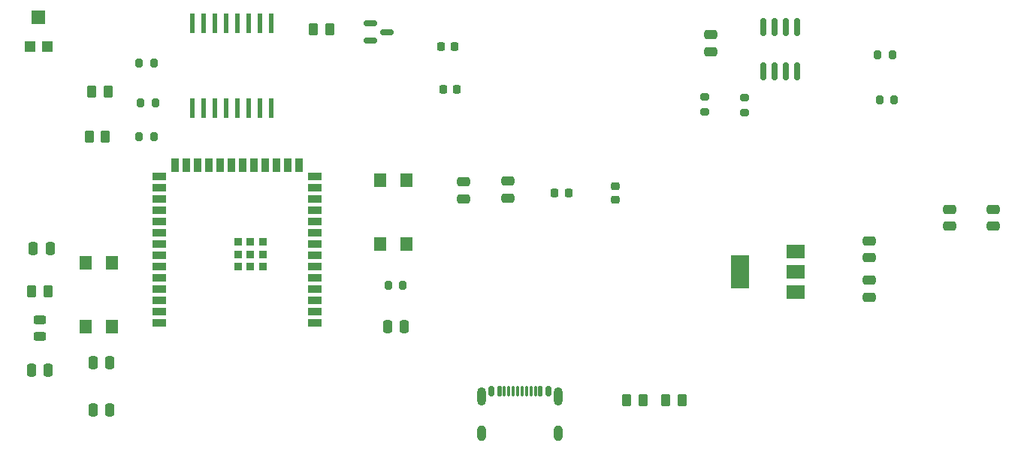
<source format=gbr>
%TF.GenerationSoftware,KiCad,Pcbnew,7.0.10*%
%TF.CreationDate,2024-04-10T04:00:51-07:00*%
%TF.ProjectId,COFFEE_MAKER,434f4646-4545-45f4-9d41-4b45522e6b69,rev?*%
%TF.SameCoordinates,Original*%
%TF.FileFunction,Paste,Top*%
%TF.FilePolarity,Positive*%
%FSLAX46Y46*%
G04 Gerber Fmt 4.6, Leading zero omitted, Abs format (unit mm)*
G04 Created by KiCad (PCBNEW 7.0.10) date 2024-04-10 04:00:51*
%MOMM*%
%LPD*%
G01*
G04 APERTURE LIST*
G04 Aperture macros list*
%AMRoundRect*
0 Rectangle with rounded corners*
0 $1 Rounding radius*
0 $2 $3 $4 $5 $6 $7 $8 $9 X,Y pos of 4 corners*
0 Add a 4 corners polygon primitive as box body*
4,1,4,$2,$3,$4,$5,$6,$7,$8,$9,$2,$3,0*
0 Add four circle primitives for the rounded corners*
1,1,$1+$1,$2,$3*
1,1,$1+$1,$4,$5*
1,1,$1+$1,$6,$7*
1,1,$1+$1,$8,$9*
0 Add four rect primitives between the rounded corners*
20,1,$1+$1,$2,$3,$4,$5,0*
20,1,$1+$1,$4,$5,$6,$7,0*
20,1,$1+$1,$6,$7,$8,$9,0*
20,1,$1+$1,$8,$9,$2,$3,0*%
G04 Aperture macros list end*
%ADD10RoundRect,0.250000X-0.262500X-0.450000X0.262500X-0.450000X0.262500X0.450000X-0.262500X0.450000X0*%
%ADD11RoundRect,0.200000X0.200000X0.275000X-0.200000X0.275000X-0.200000X-0.275000X0.200000X-0.275000X0*%
%ADD12R,1.500000X0.900000*%
%ADD13R,0.900000X1.500000*%
%ADD14R,0.900000X0.900000*%
%ADD15RoundRect,0.250000X-0.250000X-0.475000X0.250000X-0.475000X0.250000X0.475000X-0.250000X0.475000X0*%
%ADD16R,1.400000X1.600000*%
%ADD17RoundRect,0.250000X-0.475000X0.250000X-0.475000X-0.250000X0.475000X-0.250000X0.475000X0.250000X0*%
%ADD18RoundRect,0.200000X-0.200000X-0.275000X0.200000X-0.275000X0.200000X0.275000X-0.200000X0.275000X0*%
%ADD19RoundRect,0.200000X-0.275000X0.200000X-0.275000X-0.200000X0.275000X-0.200000X0.275000X0.200000X0*%
%ADD20RoundRect,0.150000X-0.150000X0.825000X-0.150000X-0.825000X0.150000X-0.825000X0.150000X0.825000X0*%
%ADD21RoundRect,0.250000X0.475000X-0.250000X0.475000X0.250000X-0.475000X0.250000X-0.475000X-0.250000X0*%
%ADD22R,0.600000X2.200000*%
%ADD23RoundRect,0.225000X0.250000X-0.225000X0.250000X0.225000X-0.250000X0.225000X-0.250000X-0.225000X0*%
%ADD24RoundRect,0.150000X-0.587500X-0.150000X0.587500X-0.150000X0.587500X0.150000X-0.587500X0.150000X0*%
%ADD25RoundRect,0.218750X-0.218750X-0.256250X0.218750X-0.256250X0.218750X0.256250X-0.218750X0.256250X0*%
%ADD26RoundRect,0.250000X0.262500X0.450000X-0.262500X0.450000X-0.262500X-0.450000X0.262500X-0.450000X0*%
%ADD27RoundRect,0.243750X0.456250X-0.243750X0.456250X0.243750X-0.456250X0.243750X-0.456250X-0.243750X0*%
%ADD28RoundRect,0.225000X-0.225000X-0.250000X0.225000X-0.250000X0.225000X0.250000X-0.225000X0.250000X0*%
%ADD29R,2.000000X1.500000*%
%ADD30R,2.000000X3.800000*%
%ADD31RoundRect,0.150000X-0.150000X-0.425000X0.150000X-0.425000X0.150000X0.425000X-0.150000X0.425000X0*%
%ADD32RoundRect,0.110000X-0.110000X-0.465000X0.110000X-0.465000X0.110000X0.465000X-0.110000X0.465000X0*%
%ADD33RoundRect,0.075000X-0.075000X-0.500000X0.075000X-0.500000X0.075000X0.500000X-0.075000X0.500000X0*%
%ADD34O,1.000000X2.100000*%
%ADD35O,1.000000X1.800000*%
%ADD36RoundRect,0.250000X0.250000X0.475000X-0.250000X0.475000X-0.250000X-0.475000X0.250000X-0.475000X0*%
%ADD37R,1.200000X1.200000*%
%ADD38R,1.600000X1.500000*%
G04 APERTURE END LIST*
D10*
%TO.C,R7*%
X117832500Y-83185000D03*
X119657500Y-83185000D03*
%TD*%
D11*
%TO.C,FB1*%
X208350620Y-73929240D03*
X206700620Y-73929240D03*
%TD*%
D12*
%TO.C,U8*%
X143250620Y-104179240D03*
X143250620Y-102909240D03*
X143250620Y-101639240D03*
X143250620Y-100369240D03*
X143250620Y-99099240D03*
X143250620Y-97829240D03*
X143250620Y-96559240D03*
X143250620Y-95289240D03*
X143250620Y-94019240D03*
X143250620Y-92749240D03*
X143250620Y-91479240D03*
X143250620Y-90209240D03*
X143250620Y-88939240D03*
X143250620Y-87669240D03*
D13*
X141485620Y-86419240D03*
X140215620Y-86419240D03*
X138945620Y-86419240D03*
X137675620Y-86419240D03*
X136405620Y-86419240D03*
X135135620Y-86419240D03*
X133865620Y-86419240D03*
X132595620Y-86419240D03*
X131325620Y-86419240D03*
X130055620Y-86419240D03*
X128785620Y-86419240D03*
X127515620Y-86419240D03*
D12*
X125750620Y-87669240D03*
X125750620Y-88939240D03*
X125750620Y-90209240D03*
X125750620Y-91479240D03*
X125750620Y-92749240D03*
X125750620Y-94019240D03*
X125750620Y-95289240D03*
X125750620Y-96559240D03*
X125750620Y-97829240D03*
X125750620Y-99099240D03*
X125750620Y-100369240D03*
X125750620Y-101639240D03*
X125750620Y-102909240D03*
X125750620Y-104179240D03*
D14*
X137400620Y-97859240D03*
X137400620Y-96459240D03*
X137400620Y-95059240D03*
X136000620Y-97859240D03*
X136000620Y-96459240D03*
X136000620Y-95059240D03*
X134600620Y-97859240D03*
X134600620Y-96459240D03*
X134600620Y-95059240D03*
%TD*%
D15*
%TO.C,C18*%
X151450000Y-104648000D03*
X153350000Y-104648000D03*
%TD*%
D16*
%TO.C,SW5*%
X150585000Y-95338000D03*
X150585000Y-88138000D03*
X153585000Y-95338000D03*
X153585000Y-88138000D03*
%TD*%
D17*
%TO.C,C16*%
X205740000Y-94935000D03*
X205740000Y-96835000D03*
%TD*%
D18*
%TO.C,R5*%
X123445000Y-83185000D03*
X125095000Y-83185000D03*
%TD*%
%TO.C,R4*%
X123635000Y-79375000D03*
X125285000Y-79375000D03*
%TD*%
D19*
%TO.C,R2*%
X191643000Y-78804000D03*
X191643000Y-80454000D03*
%TD*%
D20*
%TO.C,U5*%
X197612000Y-70866000D03*
X196342000Y-70866000D03*
X195072000Y-70866000D03*
X193802000Y-70866000D03*
X193802000Y-75816000D03*
X195072000Y-75816000D03*
X196342000Y-75816000D03*
X197612000Y-75816000D03*
%TD*%
D21*
%TO.C,C13*%
X214757000Y-93279000D03*
X214757000Y-91379000D03*
%TD*%
D22*
%TO.C,U4*%
X129420620Y-79974240D03*
X130690620Y-79974240D03*
X131960620Y-79974240D03*
X133230620Y-79974240D03*
X134500620Y-79974240D03*
X135770620Y-79974240D03*
X137040620Y-79974240D03*
X138310620Y-79974240D03*
X138310620Y-70399240D03*
X137040620Y-70399240D03*
X135770620Y-70399240D03*
X134500620Y-70399240D03*
X133230620Y-70399240D03*
X131960620Y-70399240D03*
X130690620Y-70399240D03*
X129420620Y-70399240D03*
%TD*%
D19*
%TO.C,R1*%
X187198000Y-78741000D03*
X187198000Y-80391000D03*
%TD*%
D18*
%TO.C,FB2*%
X206890620Y-79009240D03*
X208540620Y-79009240D03*
%TD*%
%TO.C,R3*%
X123445000Y-74930000D03*
X125095000Y-74930000D03*
%TD*%
D23*
%TO.C,C3*%
X177139500Y-90297000D03*
X177139500Y-88747000D03*
%TD*%
D15*
%TO.C,C20*%
X118242000Y-114046000D03*
X120142000Y-114046000D03*
%TD*%
D24*
%TO.C,Q1*%
X149509000Y-70439240D03*
X149509000Y-72339240D03*
X151384000Y-71389240D03*
%TD*%
D15*
%TO.C,C19*%
X118242000Y-108712000D03*
X120142000Y-108712000D03*
%TD*%
D25*
%TO.C,F1*%
X170256000Y-89535000D03*
X171831000Y-89535000D03*
%TD*%
D21*
%TO.C,C14*%
X219710000Y-93294240D03*
X219710000Y-91394240D03*
%TD*%
%TO.C,C1*%
X164973000Y-90104000D03*
X164973000Y-88204000D03*
%TD*%
D26*
%TO.C,R12*%
X184658000Y-112903000D03*
X182833000Y-112903000D03*
%TD*%
D27*
%TO.C,D1*%
X112255380Y-105692760D03*
X112255380Y-103817760D03*
%TD*%
D28*
%TO.C,C4*%
X157721000Y-77851000D03*
X159271000Y-77851000D03*
%TD*%
D10*
%TO.C,R11*%
X178411500Y-112903000D03*
X180236500Y-112903000D03*
%TD*%
%TO.C,R8*%
X111347880Y-100612760D03*
X113172880Y-100612760D03*
%TD*%
%TO.C,R9*%
X143105500Y-71120000D03*
X144930500Y-71120000D03*
%TD*%
D29*
%TO.C,U7*%
X197435000Y-100725000D03*
X197435000Y-98425000D03*
D30*
X191135000Y-98425000D03*
D29*
X197435000Y-96125000D03*
%TD*%
D17*
%TO.C,C17*%
X205740000Y-99380000D03*
X205740000Y-101280000D03*
%TD*%
D21*
%TO.C,C5*%
X187840620Y-73609240D03*
X187840620Y-71709240D03*
%TD*%
D17*
%TO.C,C2*%
X160020000Y-88318000D03*
X160020000Y-90218000D03*
%TD*%
D25*
%TO.C,F2*%
X157454500Y-73025000D03*
X159029500Y-73025000D03*
%TD*%
D31*
%TO.C,J5*%
X163170000Y-111890000D03*
D32*
X164050000Y-111890000D03*
D33*
X165120000Y-111890000D03*
X166120000Y-111890000D03*
X166620000Y-111890000D03*
X167620000Y-111890000D03*
D31*
X169570000Y-111890000D03*
D32*
X168690000Y-111890000D03*
D33*
X168120000Y-111890000D03*
X167120000Y-111890000D03*
X165620000Y-111890000D03*
X164620000Y-111890000D03*
D34*
X162050000Y-112465000D03*
D35*
X162050000Y-116645000D03*
D34*
X170690000Y-112465000D03*
D35*
X170690000Y-116645000D03*
%TD*%
D36*
%TO.C,C10*%
X113409880Y-95830760D03*
X111509880Y-95830760D03*
%TD*%
D18*
%TO.C,R10*%
X151550000Y-99993000D03*
X153200000Y-99993000D03*
%TD*%
D37*
%TO.C,RV1*%
X111125000Y-73025000D03*
D38*
X112125000Y-69775000D03*
D37*
X113125000Y-73025000D03*
%TD*%
D10*
%TO.C,R6*%
X118110000Y-78105000D03*
X119935000Y-78105000D03*
%TD*%
D36*
%TO.C,C21*%
X113210380Y-109502760D03*
X111310380Y-109502760D03*
%TD*%
D16*
%TO.C,SW6*%
X117396000Y-104648000D03*
X117396000Y-97448000D03*
X120396000Y-104648000D03*
X120396000Y-97448000D03*
%TD*%
M02*

</source>
